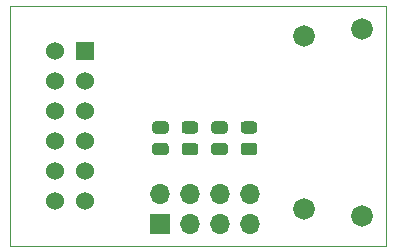
<source format=gbr>
G04 #@! TF.GenerationSoftware,KiCad,Pcbnew,5.1.9*
G04 #@! TF.CreationDate,2021-01-31T15:24:44-06:00*
G04 #@! TF.ProjectId,hdmi_pmod,68646d69-5f70-46d6-9f64-2e6b69636164,rev?*
G04 #@! TF.SameCoordinates,Original*
G04 #@! TF.FileFunction,Soldermask,Bot*
G04 #@! TF.FilePolarity,Negative*
%FSLAX46Y46*%
G04 Gerber Fmt 4.6, Leading zero omitted, Abs format (unit mm)*
G04 Created by KiCad (PCBNEW 5.1.9) date 2021-01-31 15:24:44*
%MOMM*%
%LPD*%
G01*
G04 APERTURE LIST*
G04 #@! TA.AperFunction,Profile*
%ADD10C,0.038100*%
G04 #@! TD*
%ADD11R,1.700000X1.700000*%
%ADD12O,1.700000X1.700000*%
%ADD13C,1.524000*%
%ADD14R,1.524000X1.524000*%
%ADD15C,1.828800*%
G04 APERTURE END LIST*
D10*
X116700000Y-84200000D02*
X84836000Y-84201000D01*
X116700000Y-63880000D02*
X116700000Y-84200000D01*
X84836000Y-63881000D02*
X116700000Y-63880000D01*
X84836000Y-84201000D02*
X84836000Y-63881000D01*
D11*
G04 #@! TO.C,J1*
X97525000Y-82325000D03*
D12*
X97525000Y-79785000D03*
X100065000Y-82325000D03*
X100065000Y-79785000D03*
X102605000Y-82325000D03*
X102605000Y-79785000D03*
X105145000Y-82325000D03*
X105145000Y-79785000D03*
G04 #@! TD*
D13*
G04 #@! TO.C,PMOD0*
X88671001Y-80416001D03*
X91211001Y-80416001D03*
X88671001Y-77876001D03*
X91211001Y-77876001D03*
X88671001Y-75336001D03*
X91211001Y-75336001D03*
X88671001Y-72796001D03*
X91211001Y-72796001D03*
X88671001Y-70256001D03*
X91211001Y-70256001D03*
X88671001Y-67716001D03*
D14*
X91211001Y-67716001D03*
G04 #@! TD*
D15*
G04 #@! TO.C,J0*
X109778800Y-66407020D03*
X109778800Y-81056978D03*
X114678790Y-65806945D03*
X114678790Y-81657053D03*
G04 #@! TD*
G04 #@! TO.C,R1*
G36*
G01*
X100550001Y-74700000D02*
X99649999Y-74700000D01*
G75*
G02*
X99400000Y-74450001I0J249999D01*
G01*
X99400000Y-73924999D01*
G75*
G02*
X99649999Y-73675000I249999J0D01*
G01*
X100550001Y-73675000D01*
G75*
G02*
X100800000Y-73924999I0J-249999D01*
G01*
X100800000Y-74450001D01*
G75*
G02*
X100550001Y-74700000I-249999J0D01*
G01*
G37*
G36*
G01*
X100550001Y-76525000D02*
X99649999Y-76525000D01*
G75*
G02*
X99400000Y-76275001I0J249999D01*
G01*
X99400000Y-75749999D01*
G75*
G02*
X99649999Y-75500000I249999J0D01*
G01*
X100550001Y-75500000D01*
G75*
G02*
X100800000Y-75749999I0J-249999D01*
G01*
X100800000Y-76275001D01*
G75*
G02*
X100550001Y-76525000I-249999J0D01*
G01*
G37*
G04 #@! TD*
G04 #@! TO.C,R2*
G36*
G01*
X103050001Y-74700000D02*
X102149999Y-74700000D01*
G75*
G02*
X101900000Y-74450001I0J249999D01*
G01*
X101900000Y-73924999D01*
G75*
G02*
X102149999Y-73675000I249999J0D01*
G01*
X103050001Y-73675000D01*
G75*
G02*
X103300000Y-73924999I0J-249999D01*
G01*
X103300000Y-74450001D01*
G75*
G02*
X103050001Y-74700000I-249999J0D01*
G01*
G37*
G36*
G01*
X103050001Y-76525000D02*
X102149999Y-76525000D01*
G75*
G02*
X101900000Y-76275001I0J249999D01*
G01*
X101900000Y-75749999D01*
G75*
G02*
X102149999Y-75500000I249999J0D01*
G01*
X103050001Y-75500000D01*
G75*
G02*
X103300000Y-75749999I0J-249999D01*
G01*
X103300000Y-76275001D01*
G75*
G02*
X103050001Y-76525000I-249999J0D01*
G01*
G37*
G04 #@! TD*
G04 #@! TO.C,R3*
G36*
G01*
X98050001Y-74700000D02*
X97149999Y-74700000D01*
G75*
G02*
X96900000Y-74450001I0J249999D01*
G01*
X96900000Y-73924999D01*
G75*
G02*
X97149999Y-73675000I249999J0D01*
G01*
X98050001Y-73675000D01*
G75*
G02*
X98300000Y-73924999I0J-249999D01*
G01*
X98300000Y-74450001D01*
G75*
G02*
X98050001Y-74700000I-249999J0D01*
G01*
G37*
G36*
G01*
X98050001Y-76525000D02*
X97149999Y-76525000D01*
G75*
G02*
X96900000Y-76275001I0J249999D01*
G01*
X96900000Y-75749999D01*
G75*
G02*
X97149999Y-75500000I249999J0D01*
G01*
X98050001Y-75500000D01*
G75*
G02*
X98300000Y-75749999I0J-249999D01*
G01*
X98300000Y-76275001D01*
G75*
G02*
X98050001Y-76525000I-249999J0D01*
G01*
G37*
G04 #@! TD*
G04 #@! TO.C,R4*
G36*
G01*
X104649999Y-75500000D02*
X105550001Y-75500000D01*
G75*
G02*
X105800000Y-75749999I0J-249999D01*
G01*
X105800000Y-76275001D01*
G75*
G02*
X105550001Y-76525000I-249999J0D01*
G01*
X104649999Y-76525000D01*
G75*
G02*
X104400000Y-76275001I0J249999D01*
G01*
X104400000Y-75749999D01*
G75*
G02*
X104649999Y-75500000I249999J0D01*
G01*
G37*
G36*
G01*
X104649999Y-73675000D02*
X105550001Y-73675000D01*
G75*
G02*
X105800000Y-73924999I0J-249999D01*
G01*
X105800000Y-74450001D01*
G75*
G02*
X105550001Y-74700000I-249999J0D01*
G01*
X104649999Y-74700000D01*
G75*
G02*
X104400000Y-74450001I0J249999D01*
G01*
X104400000Y-73924999D01*
G75*
G02*
X104649999Y-73675000I249999J0D01*
G01*
G37*
G04 #@! TD*
M02*

</source>
